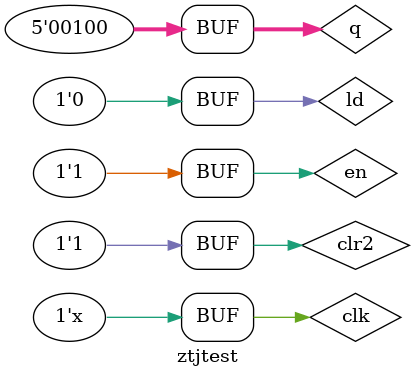
<source format=v>
`timescale 1ns / 1ps

module ztjtest(

    );
    reg clk,ld,en,clr2;
    reg [4:0]q;
    
    wire [4:0]s;
    wire m,f;
    
 ztj myztj(en,clk,clr2,s,m,ld,q,f)   ;
 always #1 clk = ~clk;
initial 
    begin
     clk = 0;

    ld = 0;
    en = 0;
    clr2 = 0;    
    q = 5'b00100;
    repeat(5)
   #20 en =~ en;
    #20 clr2 =~ clr2;
    #2  ld= ~ld;
    #2 ld = ~ld;

    end
endmodule

</source>
